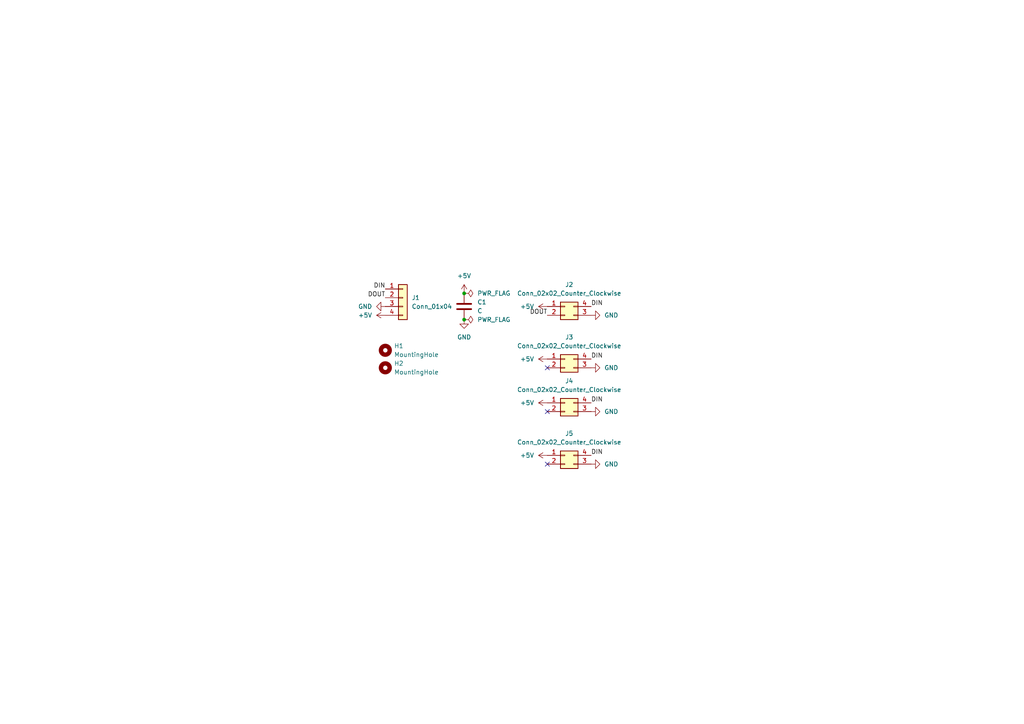
<source format=kicad_sch>
(kicad_sch (version 20211123) (generator eeschema)
  (paper "A4")
  (lib_symbols
    (symbol "Connector_Generic:Conn_01x04" (pin_names (offset 1.016) hide)
      (property "Reference" "J" (at 0 5.08 0))
      (property "Value" "Conn_01x04" (at 0 -7.62 0))
      (symbol "Conn_01x04_1_1"
        (rectangle (start -1.27 -4.953) (end 0 -5.207) (stroke (width 0.1524)))
        (rectangle (start -1.27 -2.413) (end 0 -2.667) (stroke (width 0.1524)))
        (rectangle (start -1.27 0.127) (end 0 -0.127) (stroke (width 0.1524)))
        (rectangle (start -1.27 2.667) (end 0 2.413) (stroke (width 0.1524)))
        (rectangle (start -1.27 3.81) (end 1.27 -6.35) (stroke (width 0.254)) (fill (type background)))
        (pin passive line (at -5.08 2.54 0) (length 3.81) (name "Pin_1") (number "1"))
        (pin passive line (at -5.08 0 0) (length 3.81) (name "Pin_2") (number "2"))
        (pin passive line (at -5.08 -2.54 0) (length 3.81) (name "Pin_3") (number "3"))
        (pin passive line (at -5.08 -5.08 0) (length 3.81) (name "Pin_4") (number "4"))
      )
    )
    (symbol "Connector_Generic:Conn_02x02_Counter_Clockwise" (pin_names (offset 1.016) hide)
      (property "Reference" "J" (at 1.27 2.54 0))
      (property "Value" "Conn_02x02_Counter_Clockwise" (at 1.27 -5.08 0))
      (symbol "Conn_02x02_Counter_Clockwise_1_1"
        (rectangle (start -1.27 -2.413) (end 0 -2.667) (stroke (width 0.1524)))
        (rectangle (start -1.27 0.127) (end 0 -0.127) (stroke (width 0.1524)))
        (rectangle (start -1.27 1.27) (end 3.81 -3.81) (stroke (width 0.254)) (fill (type background)))
        (rectangle (start 3.81 -2.413) (end 2.54 -2.667) (stroke (width 0.1524)))
        (rectangle (start 3.81 0.127) (end 2.54 -0.127) (stroke (width 0.1524)))
        (pin passive line (at -5.08 0 0) (length 3.81) (name "Pin_1") (number "1"))
        (pin passive line (at -5.08 -2.54 0) (length 3.81) (name "Pin_2") (number "2"))
        (pin passive line (at 7.62 -2.54 180) (length 3.81) (name "Pin_3") (number "3"))
        (pin passive line (at 7.62 0 180) (length 3.81) (name "Pin_4") (number "4"))
      )
    )
    (symbol "Device:C" (pin_numbers hide) (pin_names (offset 0.254))
      (property "Reference" "C" (at 0.635 2.54 0))
      (property "Value" "C" (at 0.635 -2.54 0))
      (symbol "C_0_1"
        (polyline (pts (xy -2.032 -0.762) (xy 2.032 -0.762)) (stroke (width 0.508)))
        (polyline (pts (xy -2.032 0.762) (xy 2.032 0.762)) (stroke (width 0.508)))
      )
      (symbol "C_1_1"
        (pin passive line (at 0 3.81 270) (length 2.794) (name "~") (number "1"))
        (pin passive line (at 0 -3.81 90) (length 2.794) (name "~") (number "2"))
      )
    )
    (symbol "Mechanical:MountingHole" (pin_names (offset 1.016))
      (property "Reference" "H" (at 0 5.08 0))
      (property "Value" "MountingHole" (at 0 3.175 0))
      (symbol "MountingHole_0_1"
        (circle (center 0 0) (radius 1.27) (stroke (width 1.27)))
      )
    )
    (symbol "power:+5V" (power) (pin_names (offset 0))
      (property "Value" "+5V" (at 0 3.556 0))
      (symbol "+5V_0_1"
        (polyline (pts (xy -0.762 1.27) (xy 0 2.54)))
        (polyline (pts (xy 0 0) (xy 0 2.54)))
        (polyline (pts (xy 0 2.54) (xy 0.762 1.27)))
      )
      (symbol "+5V_1_1"
        (pin power_in line (at 0 0 90) (length 0) hide (name "+5V") (number "1"))
      )
    )
    (symbol "power:GND" (power) (pin_names (offset 0))
      (property "Value" "GND" (at 0 -3.81 0))
      (symbol "GND_0_1"
        (polyline (pts (xy 0 0) (xy 0 -1.27) (xy 1.27 -1.27) (xy 0 -2.54) (xy -1.27 -1.27) (xy 0 -1.27)))
      )
      (symbol "GND_1_1"
        (pin power_in line (at 0 0 270) (length 0) hide (name "GND") (number "1"))
      )
    )
    (symbol "power:PWR_FLAG" (power) (pin_numbers hide) (pin_names (offset 0) hide)
      (property "Value" "PWR_FLAG" (at 0 3.81 0))
      (symbol "PWR_FLAG_0_0"
        (pin power_out line (at 0 0 90) (length 0) (name "pwr") (number "1"))
      )
      (symbol "PWR_FLAG_0_1"
        (polyline (pts (xy 0 0) (xy 0 1.27) (xy -1.016 1.905) (xy 0 2.54) (xy 1.016 1.905) (xy 0 1.27)))
      )
    )
  )
  (junction (at 134.62 85.09))
  (junction (at 134.62 92.71))
  (no_connect (at 158.75 134.62))
  (no_connect (at 158.75 106.68))
  (no_connect (at 158.75 119.38))
  (label "DIN" (at 171.45 132.08 0))
  (label "DIN" (at 171.45 104.14 0))
  (label "DOUT" (at 111.76 86.36 180))
  (label "DIN" (at 171.45 88.9 0))
  (label "DIN" (at 111.76 83.82 180))
  (label "DOUT" (at 158.75 91.44 180))
  (label "DIN" (at 171.45 116.84 0))
  (symbol (lib_id "power:+5V") (at 111.76 91.44 90) (unit 1)
    (property "Reference" "#PWR02" (effects hide))
    (property "Value" "+5V" (at 107.95 91.4399 90) (effects (justify left)))
  )
  (symbol (lib_id "power:GND") (at 111.76 88.9 270) (unit 1)
    (property "Reference" "#PWR01" (effects hide))
    (property "Value" "GND" (at 107.95 88.8999 90) (effects (justify right)))
  )
  (symbol (lib_id "power:+5V") (at 158.75 88.9 90) (unit 1)
    (property "Reference" "#PWR05" (effects hide))
    (property "Value" "+5V" (at 154.94 88.8999 90) (effects (justify left)))
  )
  (symbol (lib_id "power:PWR_FLAG") (at 134.62 85.09 270) (unit 1)
    (property "Reference" "#FLG01" (effects hide))
    (property "Value" "PWR_FLAG" (at 138.43 85.0899 90) (effects (justify left)))
  )
  (symbol (lib_id "power:GND") (at 134.62 92.71 0) (unit 1)
    (property "Reference" "#PWR04" (effects hide))
    (property "Value" "GND" (at 134.62 97.79 0))
  )
  (symbol (lib_id "power:PWR_FLAG") (at 134.62 92.71 270) (unit 1)
    (property "Reference" "#FLG02" (effects hide))
    (property "Value" "PWR_FLAG" (at 138.43 92.71 90) (effects (justify left)))
  )
  (symbol (lib_id "power:GND") (at 171.45 134.62 90) (unit 1)
    (property "Reference" "#PWR012" (effects hide))
    (property "Value" "GND" (at 175.26 134.6199 90) (effects (justify right)))
  )
  (symbol (lib_id "power:+5V") (at 158.75 132.08 90) (unit 1)
    (property "Reference" "#PWR08" (effects hide))
    (property "Value" "+5V" (at 154.94 132.0799 90) (effects (justify left)))
  )
  (symbol (lib_id "Connector_Generic:Conn_01x04") (at 116.84 86.36 0) (unit 1)
    (property "Reference" "J1" (at 119.38 86.3599 0) (effects (justify left)))
    (property "Value" "Conn_01x04" (at 119.38 88.8999 0) (effects (justify left)))
    (property "Footprint" "LED-module:JST_S4B-ZR_LF__SN_" (effects hide))
  )
  (symbol (lib_id "Device:C") (at 134.62 88.9 0) (unit 1)
    (property "Reference" "C1" (at 138.43 87.6299 0) (effects (justify left)))
    (property "Value" "C" (at 138.43 90.1699 0) (effects (justify left)))
    (property "Footprint" "Capacitor_SMD:C_0603_1608Metric_Pad1.08x0.95mm_HandSolder" (effects hide))
  )
  (symbol (lib_id "Mechanical:MountingHole") (at 111.76 106.68 0) (unit 1)
    (property "Reference" "H2" (at 114.3 105.4099 0) (effects (justify left)))
    (property "Value" "MountingHole" (at 114.3 107.9499 0) (effects (justify left)))
    (property "Footprint" "MountingHole:MountingHole_3.2mm_M3_ISO7380_Pad" (effects hide))
  )
  (symbol (lib_id "Connector_Generic:Conn_02x02_Counter_Clockwise") (at 163.83 88.9 0) (unit 1)
    (property "Reference" "J2" (at 165.1 82.55 0))
    (property "Value" "Conn_02x02_Counter_Clockwise" (at 165.1 85.09 0))
    (property "Footprint" "LED-module:LED_2758_ADA" (effects hide))
  )
  (symbol (lib_id "power:+5V") (at 158.75 104.14 90) (unit 1)
    (property "Reference" "#PWR06" (effects hide))
    (property "Value" "+5V" (at 154.94 104.1399 90) (effects (justify left)))
  )
  (symbol (lib_id "power:GND") (at 171.45 106.68 90) (unit 1)
    (property "Reference" "#PWR010" (effects hide))
    (property "Value" "GND" (at 175.26 106.6799 90) (effects (justify right)))
  )
  (symbol (lib_id "power:+5V") (at 134.62 85.09 0) (unit 1)
    (property "Reference" "#PWR03" (effects hide))
    (property "Value" "+5V" (at 134.62 80.01 0))
  )
  (symbol (lib_id "Connector_Generic:Conn_02x02_Counter_Clockwise") (at 163.83 104.14 0) (unit 1)
    (property "Reference" "J3" (at 165.1 97.79 0))
    (property "Value" "Conn_02x02_Counter_Clockwise" (at 165.1 100.33 0))
    (property "Footprint" "LED-module:LED_2758_ADA" (effects hide))
  )
  (symbol (lib_id "power:+5V") (at 158.75 116.84 90) (unit 1)
    (property "Reference" "#PWR07" (effects hide))
    (property "Value" "+5V" (at 154.94 116.8399 90) (effects (justify left)))
  )
  (symbol (lib_id "power:GND") (at 171.45 119.38 90) (unit 1)
    (property "Reference" "#PWR011" (effects hide))
    (property "Value" "GND" (at 175.26 119.3799 90) (effects (justify right)))
  )
  (symbol (lib_id "power:GND") (at 171.45 91.44 90) (unit 1)
    (property "Reference" "#PWR09" (effects hide))
    (property "Value" "GND" (at 175.26 91.4399 90) (effects (justify right)))
  )
  (symbol (lib_id "Connector_Generic:Conn_02x02_Counter_Clockwise") (at 163.83 116.84 0) (unit 1)
    (property "Reference" "J4" (at 165.1 110.49 0))
    (property "Value" "Conn_02x02_Counter_Clockwise" (at 165.1 113.03 0))
    (property "Footprint" "LED-module:LED_2758_ADA" (effects hide))
  )
  (symbol (lib_id "Mechanical:MountingHole") (at 111.76 101.6 0) (unit 1)
    (property "Reference" "H1" (at 114.3 100.3299 0) (effects (justify left)))
    (property "Value" "MountingHole" (at 114.3 102.8699 0) (effects (justify left)))
    (property "Footprint" "MountingHole:MountingHole_3.2mm_M3_ISO7380_Pad" (effects hide))
  )
  (symbol (lib_id "Connector_Generic:Conn_02x02_Counter_Clockwise") (at 163.83 132.08 0) (unit 1)
    (property "Reference" "J5" (at 165.1 125.73 0))
    (property "Value" "Conn_02x02_Counter_Clockwise" (at 165.1 128.27 0))
    (property "Footprint" "LED-module:LED_2758_ADA" (effects hide))
  )
)
</source>
